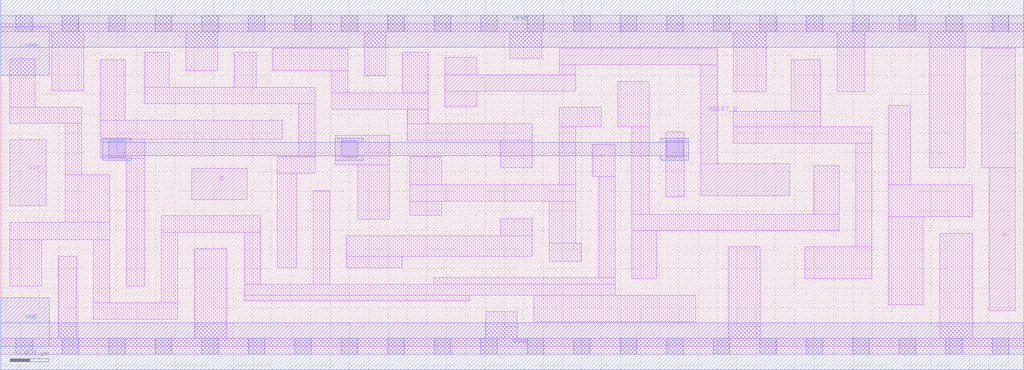
<source format=lef>
# Copyright 2020 The SkyWater PDK Authors
#
# Licensed under the Apache License, Version 2.0 (the "License");
# you may not use this file except in compliance with the License.
# You may obtain a copy of the License at
#
#     https://www.apache.org/licenses/LICENSE-2.0
#
# Unless required by applicable law or agreed to in writing, software
# distributed under the License is distributed on an "AS IS" BASIS,
# WITHOUT WARRANTIES OR CONDITIONS OF ANY KIND, either express or implied.
# See the License for the specific language governing permissions and
# limitations under the License.
#
# SPDX-License-Identifier: Apache-2.0

VERSION 5.5 ;
NAMESCASESENSITIVE ON ;
BUSBITCHARS "[]" ;
DIVIDERCHAR "/" ;
MACRO sky130_fd_sc_lp__dfrtp_1
  CLASS CORE ;
  SOURCE USER ;
  ORIGIN  0.000000  0.000000 ;
  SIZE  10.56000 BY  3.330000 ;
  SYMMETRY X Y R90 ;
  SITE unit ;
  PIN D
    ANTENNAGATEAREA  0.126000 ;
    DIRECTION INPUT ;
    USE SIGNAL ;
    PORT
      LAYER li1 ;
        RECT 1.970000 1.515000 2.545000 1.840000 ;
    END
  END D
  PIN Q
    ANTENNADIFFAREA  0.556500 ;
    DIRECTION OUTPUT ;
    USE SIGNAL ;
    PORT
      LAYER li1 ;
        RECT 10.130000 1.845000 10.475000 3.075000 ;
        RECT 10.205000 0.365000 10.475000 1.845000 ;
    END
  END Q
  PIN RESET_B
    ANTENNAGATEAREA  0.378000 ;
    DIRECTION INPUT ;
    USE SIGNAL ;
    PORT
      LAYER li1 ;
        RECT 4.585000 2.475000 4.915000 2.635000 ;
        RECT 4.585000 2.635000 5.935000 2.805000 ;
        RECT 4.585000 2.805000 4.915000 2.985000 ;
        RECT 5.765000 2.805000 5.935000 2.905000 ;
        RECT 5.765000 2.905000 7.395000 3.075000 ;
        RECT 7.225000 1.555000 8.145000 1.885000 ;
        RECT 7.225000 1.885000 7.395000 2.905000 ;
    END
  END RESET_B
  PIN CLK
    ANTENNAGATEAREA  0.159000 ;
    DIRECTION INPUT ;
    USE CLOCK ;
    PORT
      LAYER li1 ;
        RECT 0.095000 1.450000 0.470000 2.130000 ;
    END
  END CLK
  PIN VGND
    DIRECTION INOUT ;
    USE GROUND ;
    PORT
      LAYER met1 ;
        RECT 0.000000 -0.245000 10.560000 0.245000 ;
    END
  END VGND
  PIN VNB
    DIRECTION INOUT ;
    USE GROUND ;
    PORT
    END
  END VNB
  PIN VPB
    DIRECTION INOUT ;
    USE POWER ;
    PORT
    END
  END VPB
  PIN VNB
    DIRECTION INOUT ;
    USE GROUND ;
    PORT
      LAYER met1 ;
        RECT 0.000000 0.000000 0.500000 0.500000 ;
    END
  END VNB
  PIN VPB
    DIRECTION INOUT ;
    USE POWER ;
    PORT
      LAYER met1 ;
        RECT 0.000000 2.800000 0.500000 3.300000 ;
    END
  END VPB
  PIN VPWR
    DIRECTION INOUT ;
    USE POWER ;
    PORT
      LAYER met1 ;
        RECT 0.000000 3.085000 10.560000 3.575000 ;
    END
  END VPWR
  OBS
    LAYER li1 ;
      RECT 0.000000 -0.085000 10.560000 0.085000 ;
      RECT 0.000000  3.245000 10.560000 3.415000 ;
      RECT 0.095000  0.620000  0.425000 1.100000 ;
      RECT 0.095000  1.100000  1.125000 1.280000 ;
      RECT 0.095000  2.300000  0.835000 2.470000 ;
      RECT 0.095000  2.470000  0.355000 2.970000 ;
      RECT 0.525000  2.640000  0.855000 3.245000 ;
      RECT 0.595000  0.085000  0.785000 0.930000 ;
      RECT 0.665000  1.280000  1.125000 1.770000 ;
      RECT 0.665000  1.770000  0.835000 2.300000 ;
      RECT 0.955000  0.280000  1.825000 0.450000 ;
      RECT 0.955000  0.450000  1.125000 1.100000 ;
      RECT 1.025000  1.940000  1.485000 2.135000 ;
      RECT 1.025000  2.135000  2.905000 2.335000 ;
      RECT 1.025000  2.335000  1.285000 2.960000 ;
      RECT 1.295000  0.620000  1.485000 1.940000 ;
      RECT 1.480000  2.505000  3.245000 2.675000 ;
      RECT 1.480000  2.675000  1.740000 3.035000 ;
      RECT 1.655000  0.450000  1.825000 1.175000 ;
      RECT 1.655000  1.175000  2.685000 1.345000 ;
      RECT 1.910000  2.845000  2.240000 3.245000 ;
      RECT 2.005000  0.085000  2.335000 1.005000 ;
      RECT 2.410000  2.675000  2.640000 3.035000 ;
      RECT 2.515000  0.470000  4.835000 0.525000 ;
      RECT 2.515000  0.525000  6.345000 0.640000 ;
      RECT 2.515000  0.640000  2.685000 1.175000 ;
      RECT 2.810000  2.845000  3.585000 3.075000 ;
      RECT 2.855000  0.810000  3.055000 1.785000 ;
      RECT 2.855000  1.785000  3.245000 1.955000 ;
      RECT 3.075000  1.955000  3.245000 2.505000 ;
      RECT 3.225000  0.640000  3.395000 1.605000 ;
      RECT 3.415000  2.445000  4.415000 2.615000 ;
      RECT 3.415000  2.615000  3.585000 2.845000 ;
      RECT 3.455000  1.875000  4.015000 2.180000 ;
      RECT 3.565000  0.810000  4.145000 0.930000 ;
      RECT 3.565000  0.930000  5.485000 1.140000 ;
      RECT 3.685000  1.310000  4.015000 1.875000 ;
      RECT 3.755000  2.795000  3.975000 3.245000 ;
      RECT 4.145000  2.615000  4.415000 3.035000 ;
      RECT 4.195000  2.125000  5.485000 2.295000 ;
      RECT 4.195000  2.295000  4.415000 2.445000 ;
      RECT 4.225000  1.355000  4.555000 1.495000 ;
      RECT 4.225000  1.495000  5.935000 1.665000 ;
      RECT 4.225000  1.665000  4.555000 1.955000 ;
      RECT 4.470000  0.640000  6.345000 0.705000 ;
      RECT 5.005000  0.085000  5.335000 0.355000 ;
      RECT 5.155000  1.140000  5.485000 1.315000 ;
      RECT 5.155000  1.845000  5.485000 2.125000 ;
      RECT 5.255000  2.975000  5.585000 3.245000 ;
      RECT 5.505000  0.255000  7.175000 0.525000 ;
      RECT 5.665000  0.875000  5.995000 1.065000 ;
      RECT 5.665000  1.065000  5.935000 1.495000 ;
      RECT 5.765000  1.665000  5.935000 2.265000 ;
      RECT 5.765000  2.265000  6.200000 2.465000 ;
      RECT 6.105000  1.755000  6.345000 2.085000 ;
      RECT 6.175000  0.705000  6.345000 1.755000 ;
      RECT 6.370000  2.265000  6.695000 2.735000 ;
      RECT 6.515000  0.695000  6.775000 1.195000 ;
      RECT 6.515000  1.195000  8.655000 1.365000 ;
      RECT 6.515000  1.365000  6.695000 2.265000 ;
      RECT 6.865000  1.545000  7.055000 2.215000 ;
      RECT 7.510000  0.085000  7.840000 1.025000 ;
      RECT 7.565000  2.095000  8.995000 2.265000 ;
      RECT 7.565000  2.265000  8.465000 2.425000 ;
      RECT 7.565000  2.630000  7.905000 3.245000 ;
      RECT 8.160000  2.425000  8.465000 2.960000 ;
      RECT 8.300000  0.695000  8.995000 1.025000 ;
      RECT 8.395000  1.365000  8.655000 1.865000 ;
      RECT 8.635000  2.630000  8.920000 3.245000 ;
      RECT 8.825000  1.025000  8.995000 2.095000 ;
      RECT 9.165000  0.430000  9.525000 1.335000 ;
      RECT 9.165000  1.335000 10.035000 1.665000 ;
      RECT 9.165000  1.665000  9.390000 2.490000 ;
      RECT 9.585000  1.845000  9.960000 3.245000 ;
      RECT 9.695000  0.085000 10.035000 1.165000 ;
    LAYER mcon ;
      RECT  0.155000 -0.085000  0.325000 0.085000 ;
      RECT  0.155000  3.245000  0.325000 3.415000 ;
      RECT  0.635000 -0.085000  0.805000 0.085000 ;
      RECT  0.635000  3.245000  0.805000 3.415000 ;
      RECT  1.115000 -0.085000  1.285000 0.085000 ;
      RECT  1.115000  1.950000  1.285000 2.120000 ;
      RECT  1.115000  3.245000  1.285000 3.415000 ;
      RECT  1.595000 -0.085000  1.765000 0.085000 ;
      RECT  1.595000  3.245000  1.765000 3.415000 ;
      RECT  2.075000 -0.085000  2.245000 0.085000 ;
      RECT  2.075000  3.245000  2.245000 3.415000 ;
      RECT  2.555000 -0.085000  2.725000 0.085000 ;
      RECT  2.555000  3.245000  2.725000 3.415000 ;
      RECT  3.035000 -0.085000  3.205000 0.085000 ;
      RECT  3.035000  3.245000  3.205000 3.415000 ;
      RECT  3.515000 -0.085000  3.685000 0.085000 ;
      RECT  3.515000  1.950000  3.685000 2.120000 ;
      RECT  3.515000  3.245000  3.685000 3.415000 ;
      RECT  3.995000 -0.085000  4.165000 0.085000 ;
      RECT  3.995000  3.245000  4.165000 3.415000 ;
      RECT  4.475000 -0.085000  4.645000 0.085000 ;
      RECT  4.475000  3.245000  4.645000 3.415000 ;
      RECT  4.955000 -0.085000  5.125000 0.085000 ;
      RECT  4.955000  3.245000  5.125000 3.415000 ;
      RECT  5.435000 -0.085000  5.605000 0.085000 ;
      RECT  5.435000  3.245000  5.605000 3.415000 ;
      RECT  5.915000 -0.085000  6.085000 0.085000 ;
      RECT  5.915000  3.245000  6.085000 3.415000 ;
      RECT  6.395000 -0.085000  6.565000 0.085000 ;
      RECT  6.395000  3.245000  6.565000 3.415000 ;
      RECT  6.875000 -0.085000  7.045000 0.085000 ;
      RECT  6.875000  1.950000  7.045000 2.120000 ;
      RECT  6.875000  3.245000  7.045000 3.415000 ;
      RECT  7.355000 -0.085000  7.525000 0.085000 ;
      RECT  7.355000  3.245000  7.525000 3.415000 ;
      RECT  7.835000 -0.085000  8.005000 0.085000 ;
      RECT  7.835000  3.245000  8.005000 3.415000 ;
      RECT  8.315000 -0.085000  8.485000 0.085000 ;
      RECT  8.315000  3.245000  8.485000 3.415000 ;
      RECT  8.795000 -0.085000  8.965000 0.085000 ;
      RECT  8.795000  3.245000  8.965000 3.415000 ;
      RECT  9.275000 -0.085000  9.445000 0.085000 ;
      RECT  9.275000  3.245000  9.445000 3.415000 ;
      RECT  9.755000 -0.085000  9.925000 0.085000 ;
      RECT  9.755000  3.245000  9.925000 3.415000 ;
      RECT 10.235000 -0.085000 10.405000 0.085000 ;
      RECT 10.235000  3.245000 10.405000 3.415000 ;
    LAYER met1 ;
      RECT 1.055000 1.920000 1.345000 1.965000 ;
      RECT 1.055000 1.965000 7.105000 2.105000 ;
      RECT 1.055000 2.105000 1.345000 2.150000 ;
      RECT 3.455000 1.920000 3.745000 1.965000 ;
      RECT 3.455000 2.105000 3.745000 2.150000 ;
      RECT 6.815000 1.920000 7.105000 1.965000 ;
      RECT 6.815000 2.105000 7.105000 2.150000 ;
  END
END sky130_fd_sc_lp__dfrtp_1
END LIBRARY

</source>
